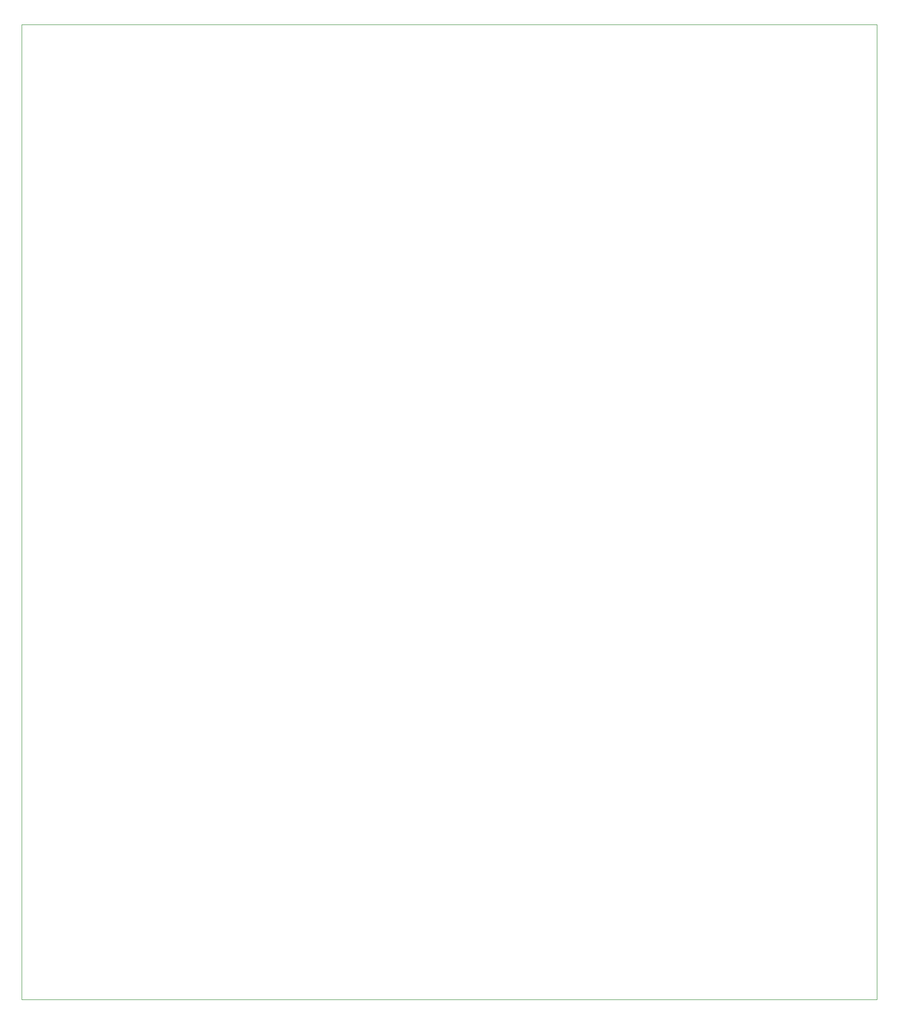
<source format=gbr>
%TF.GenerationSoftware,KiCad,Pcbnew,9.0.5-9.0.5~ubuntu24.04.1*%
%TF.CreationDate,2025-10-10T17:05:08-03:00*%
%TF.ProjectId,Kraft80V2,4b726166-7438-4305-9632-2e6b69636164,rev?*%
%TF.SameCoordinates,Original*%
%TF.FileFunction,Profile,NP*%
%FSLAX46Y46*%
G04 Gerber Fmt 4.6, Leading zero omitted, Abs format (unit mm)*
G04 Created by KiCad (PCBNEW 9.0.5-9.0.5~ubuntu24.04.1) date 2025-10-10 17:05:08*
%MOMM*%
%LPD*%
G01*
G04 APERTURE LIST*
%TA.AperFunction,Profile*%
%ADD10C,0.050000*%
%TD*%
G04 APERTURE END LIST*
D10*
X16543200Y-22823600D02*
X167152800Y-22823600D01*
X167152800Y-194566600D01*
X16543200Y-194566600D01*
X16543200Y-22823600D01*
M02*

</source>
